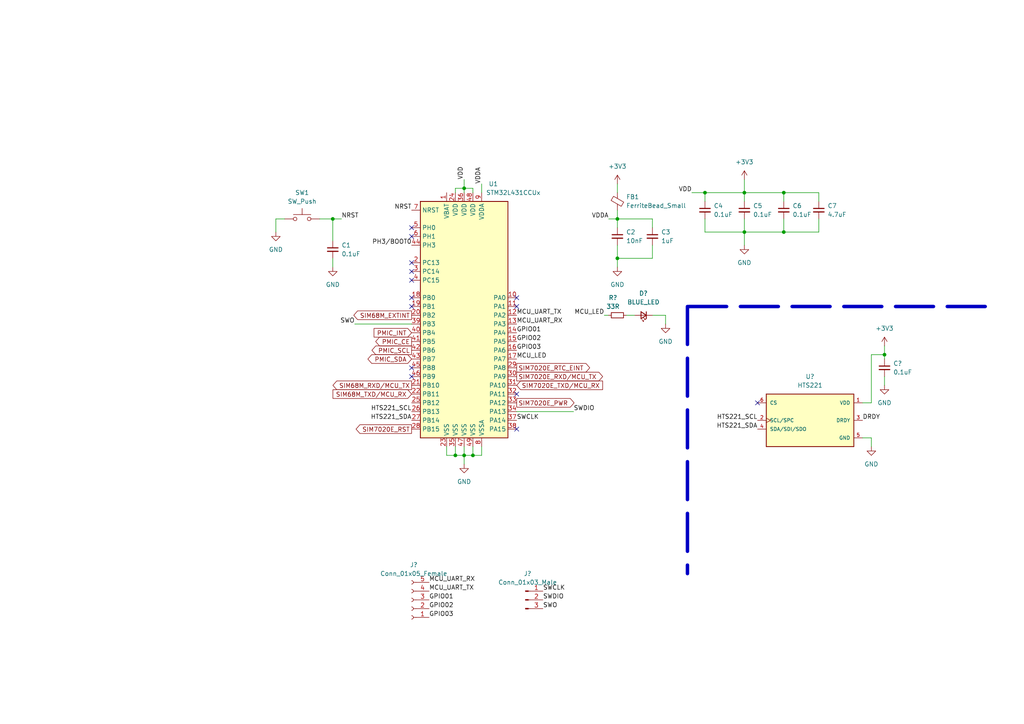
<source format=kicad_sch>
(kicad_sch (version 20211123) (generator eeschema)
  (paper "A4")
  (title_block (title "STM32L431CC") (date "2022-05-29") (rev "VERSION 1") (company "NANOHERTZ"))
  (lib_symbols
    (symbol "Connector:Conn_01x03_Male" (pin_names (offset 1.016) hide)
      (property "Reference" "J" (at 0 5.08 0))
      (property "Value" "Conn_01x03_Male" (at 0 -5.08 0))
      (symbol "Conn_01x03_Male_1_1"
        (polyline (pts (xy 1.27 -2.54) (xy 0.8636 -2.54)) (stroke (width 0.1524)))
        (polyline (pts (xy 1.27 0) (xy 0.8636 0)) (stroke (width 0.1524)))
        (polyline (pts (xy 1.27 2.54) (xy 0.8636 2.54)) (stroke (width 0.1524)))
        (rectangle (start 0.8636 -2.413) (end 0 -2.667) (stroke (width 0.1524)) (fill (type outline)))
        (rectangle (start 0.8636 0.127) (end 0 -0.127) (stroke (width 0.1524)) (fill (type outline)))
        (rectangle (start 0.8636 2.667) (end 0 2.413) (stroke (width 0.1524)) (fill (type outline)))
        (pin passive line (at 5.08 2.54 180) (length 3.81) (name "Pin_1") (number "1"))
        (pin passive line (at 5.08 0 180) (length 3.81) (name "Pin_2") (number "2"))
        (pin passive line (at 5.08 -2.54 180) (length 3.81) (name "Pin_3") (number "3"))
      )
    )
    (symbol "Connector:Conn_01x05_Female" (pin_names (offset 1.016) hide)
      (property "Reference" "J" (at 0 7.62 0))
      (property "Value" "Conn_01x05_Female" (at 0 -7.62 0))
      (symbol "Conn_01x05_Female_1_1"
        (arc (start 0 -4.572) (mid -0.508 -5.08) (end 0 -5.588) (stroke (width 0.1524)))
        (arc (start 0 -2.032) (mid -0.508 -2.54) (end 0 -3.048) (stroke (width 0.1524)))
        (polyline (pts (xy -1.27 -5.08) (xy -0.508 -5.08)) (stroke (width 0.1524)))
        (polyline (pts (xy -1.27 -2.54) (xy -0.508 -2.54)) (stroke (width 0.1524)))
        (polyline (pts (xy -1.27 0) (xy -0.508 0)) (stroke (width 0.1524)))
        (polyline (pts (xy -1.27 2.54) (xy -0.508 2.54)) (stroke (width 0.1524)))
        (polyline (pts (xy -1.27 5.08) (xy -0.508 5.08)) (stroke (width 0.1524)))
        (arc (start 0 0.508) (mid -0.508 0) (end 0 -0.508) (stroke (width 0.1524)))
        (arc (start 0 3.048) (mid -0.508 2.54) (end 0 2.032) (stroke (width 0.1524)))
        (arc (start 0 5.588) (mid -0.508 5.08) (end 0 4.572) (stroke (width 0.1524)))
        (pin passive line (at -5.08 5.08 0) (length 3.81) (name "Pin_1") (number "1"))
        (pin passive line (at -5.08 2.54 0) (length 3.81) (name "Pin_2") (number "2"))
        (pin passive line (at -5.08 0 0) (length 3.81) (name "Pin_3") (number "3"))
        (pin passive line (at -5.08 -2.54 0) (length 3.81) (name "Pin_4") (number "4"))
        (pin passive line (at -5.08 -5.08 0) (length 3.81) (name "Pin_5") (number "5"))
      )
    )
    (symbol "Device:C_Small" (pin_numbers hide) (pin_names (offset 0.254) hide)
      (property "Reference" "C" (at 0.254 1.778 0))
      (property "Value" "C_Small" (at 0.254 -2.032 0))
      (symbol "C_Small_0_1"
        (polyline (pts (xy -1.524 -0.508) (xy 1.524 -0.508)) (stroke (width 0.3302)))
        (polyline (pts (xy -1.524 0.508) (xy 1.524 0.508)) (stroke (width 0.3048)))
      )
      (symbol "C_Small_1_1"
        (pin passive line (at 0 2.54 270) (length 2.032) (name "~") (number "1"))
        (pin passive line (at 0 -2.54 90) (length 2.032) (name "~") (number "2"))
      )
    )
    (symbol "Device:FerriteBead_Small" (pin_numbers hide) (pin_names (offset 0))
      (property "Reference" "FB" (at 1.905 1.27 0))
      (property "Value" "FerriteBead_Small" (at 1.905 -1.27 0))
      (symbol "FerriteBead_Small_0_1"
        (polyline (pts (xy 0 -1.27) (xy 0 -0.7874)))
        (polyline (pts (xy 0 0.889) (xy 0 1.2954)))
        (polyline (pts (xy -1.8288 0.2794) (xy -1.1176 1.4986) (xy 1.8288 -0.2032) (xy 1.1176 -1.4224) (xy -1.8288 0.2794)))
      )
      (symbol "FerriteBead_Small_1_1"
        (pin passive line (at 0 2.54 270) (length 1.27) (name "~") (number "1"))
        (pin passive line (at 0 -2.54 90) (length 1.27) (name "~") (number "2"))
      )
    )
    (symbol "Device:LED_Small" (pin_numbers hide) (pin_names (offset 0.254) hide)
      (property "Reference" "D" (at -1.27 3.175 0))
      (property "Value" "LED_Small" (at -4.445 -2.54 0))
      (symbol "LED_Small_0_1"
        (polyline (pts (xy -0.762 -1.016) (xy -0.762 1.016)) (stroke (width 0.254)))
        (polyline (pts (xy 1.016 0) (xy -0.762 0)))
        (polyline (pts (xy 0.762 -1.016) (xy -0.762 0) (xy 0.762 1.016) (xy 0.762 -1.016)) (stroke (width 0.254)))
        (polyline (pts (xy 0 0.762) (xy -0.508 1.27) (xy -0.254 1.27) (xy -0.508 1.27) (xy -0.508 1.016)))
        (polyline (pts (xy 0.508 1.27) (xy 0 1.778) (xy 0.254 1.778) (xy 0 1.778) (xy 0 1.524)))
      )
      (symbol "LED_Small_1_1"
        (pin passive line (at -2.54 0 0) (length 1.778) (name "K") (number "1"))
        (pin passive line (at 2.54 0 180) (length 1.778) (name "A") (number "2"))
      )
    )
    (symbol "Device:R_Small" (pin_numbers hide) (pin_names (offset 0.254) hide)
      (property "Reference" "R" (at 0.762 0.508 0))
      (property "Value" "R_Small" (at 0.762 -1.016 0))
      (symbol "R_Small_0_1"
        (rectangle (start -0.762 1.778) (end 0.762 -1.778) (stroke (width 0.2032)))
      )
      (symbol "R_Small_1_1"
        (pin passive line (at 0 2.54 270) (length 0.762) (name "~") (number "1"))
        (pin passive line (at 0 -2.54 90) (length 0.762) (name "~") (number "2"))
      )
    )
    (symbol "HTS221:HTS221" (pin_names (offset 1.016))
      (property "Reference" "U" (at -13.2334 8.1788 0))
      (property "Value" "HTS221" (at -12.7254 -10.4648 0))
      (symbol "HTS221_0_0"
        (rectangle (start -12.7 -7.62) (end 12.7 7.62) (stroke (width 0.254)) (fill (type background)))
        (pin power_in line (at 15.24 5.08 180) (length 2.54) (name "VDD") (number "1"))
        (pin input clock (at -15.24 0 0) (length 2.54) (name "SCL/SPC") (number "2"))
        (pin output line (at 15.24 0 180) (length 2.54) (name "DRDY") (number "3"))
        (pin bidirectional line (at -15.24 -2.54 0) (length 2.54) (name "SDA/SDI/SDO") (number "4"))
        (pin power_in line (at 15.24 -5.08 180) (length 2.54) (name "GND") (number "5"))
        (pin input line (at -15.24 5.08 0) (length 2.54) (name "CS") (number "6"))
      )
    )
    (symbol "MCU_ST_STM32L4:STM32L431CCUx"
      (property "Reference" "U" (at -12.7 34.29 0))
      (property "Value" "STM32L431CCUx" (at 7.62 34.29 0))
      (symbol "STM32L431CCUx_0_1"
        (rectangle (start -12.7 -35.56) (end 12.7 33.02) (stroke (width 0.254)) (fill (type background)))
      )
      (symbol "STM32L431CCUx_1_1"
        (pin power_in line (at -5.08 35.56 270) (length 2.54) (name "VBAT") (number "1"))
        (pin bidirectional line (at 15.24 5.08 180) (length 2.54) (name "PA0") (number "10"))
        (pin bidirectional line (at 15.24 2.54 180) (length 2.54) (name "PA1") (number "11"))
        (pin bidirectional line (at 15.24 0 180) (length 2.54) (name "PA2") (number "12"))
        (pin bidirectional line (at 15.24 -2.54 180) (length 2.54) (name "PA3") (number "13"))
        (pin bidirectional line (at 15.24 -5.08 180) (length 2.54) (name "PA4") (number "14"))
        (pin bidirectional line (at 15.24 -7.62 180) (length 2.54) (name "PA5") (number "15"))
        (pin bidirectional line (at 15.24 -10.16 180) (length 2.54) (name "PA6") (number "16"))
        (pin bidirectional line (at 15.24 -12.7 180) (length 2.54) (name "PA7") (number "17"))
        (pin bidirectional line (at -15.24 5.08 0) (length 2.54) (name "PB0") (number "18"))
        (pin bidirectional line (at -15.24 2.54 0) (length 2.54) (name "PB1") (number "19"))
        (pin bidirectional line (at -15.24 15.24 0) (length 2.54) (name "PC13") (number "2"))
        (pin bidirectional line (at -15.24 0 0) (length 2.54) (name "PB2") (number "20"))
        (pin bidirectional line (at -15.24 -20.32 0) (length 2.54) (name "PB10") (number "21"))
        (pin bidirectional line (at -15.24 -22.86 0) (length 2.54) (name "PB11") (number "22"))
        (pin power_in line (at -5.08 -38.1 90) (length 2.54) (name "VSS") (number "23"))
        (pin power_in line (at -2.54 35.56 270) (length 2.54) (name "VDD") (number "24"))
        (pin bidirectional line (at -15.24 -25.4 0) (length 2.54) (name "PB12") (number "25"))
        (pin bidirectional line (at -15.24 -27.94 0) (length 2.54) (name "PB13") (number "26"))
        (pin bidirectional line (at -15.24 -30.48 0) (length 2.54) (name "PB14") (number "27"))
        (pin bidirectional line (at -15.24 -33.02 0) (length 2.54) (name "PB15") (number "28"))
        (pin bidirectional line (at 15.24 -15.24 180) (length 2.54) (name "PA8") (number "29"))
        (pin bidirectional line (at -15.24 12.7 0) (length 2.54) (name "PC14") (number "3"))
        (pin bidirectional line (at 15.24 -17.78 180) (length 2.54) (name "PA9") (number "30"))
        (pin bidirectional line (at 15.24 -20.32 180) (length 2.54) (name "PA10") (number "31"))
        (pin bidirectional line (at 15.24 -22.86 180) (length 2.54) (name "PA11") (number "32"))
        (pin bidirectional line (at 15.24 -25.4 180) (length 2.54) (name "PA12") (number "33"))
        (pin bidirectional line (at 15.24 -27.94 180) (length 2.54) (name "PA13") (number "34"))
        (pin power_in line (at -2.54 -38.1 90) (length 2.54) (name "VSS") (number "35"))
        (pin power_in line (at 0 35.56 270) (length 2.54) (name "VDD") (number "36"))
        (pin bidirectional line (at 15.24 -30.48 180) (length 2.54) (name "PA14") (number "37"))
        (pin bidirectional line (at 15.24 -33.02 180) (length 2.54) (name "PA15") (number "38"))
        (pin bidirectional line (at -15.24 -2.54 0) (length 2.54) (name "PB3") (number "39"))
        (pin bidirectional line (at -15.24 10.16 0) (length 2.54) (name "PC15") (number "4"))
        (pin bidirectional line (at -15.24 -5.08 0) (length 2.54) (name "PB4") (number "40"))
        (pin bidirectional line (at -15.24 -7.62 0) (length 2.54) (name "PB5") (number "41"))
        (pin bidirectional line (at -15.24 -10.16 0) (length 2.54) (name "PB6") (number "42"))
        (pin bidirectional line (at -15.24 -12.7 0) (length 2.54) (name "PB7") (number "43"))
        (pin bidirectional line (at -15.24 20.32 0) (length 2.54) (name "PH3") (number "44"))
        (pin bidirectional line (at -15.24 -15.24 0) (length 2.54) (name "PB8") (number "45"))
        (pin bidirectional line (at -15.24 -17.78 0) (length 2.54) (name "PB9") (number "46"))
        (pin power_in line (at 0 -38.1 90) (length 2.54) (name "VSS") (number "47"))
        (pin power_in line (at 2.54 35.56 270) (length 2.54) (name "VDD") (number "48"))
        (pin power_in line (at 2.54 -38.1 90) (length 2.54) (name "VSS") (number "49"))
        (pin input line (at -15.24 25.4 0) (length 2.54) (name "PH0") (number "5"))
        (pin input line (at -15.24 22.86 0) (length 2.54) (name "PH1") (number "6"))
        (pin input line (at -15.24 30.48 0) (length 2.54) (name "NRST") (number "7"))
        (pin power_in line (at 5.08 -38.1 90) (length 2.54) (name "VSSA") (number "8"))
        (pin power_in line (at 5.08 35.56 270) (length 2.54) (name "VDDA") (number "9"))
      )
    )
    (symbol "Switch:SW_Push" (pin_numbers hide) (pin_names (offset 1.016) hide)
      (property "Reference" "SW" (at 1.27 2.54 0))
      (property "Value" "SW_Push" (at 0 -1.524 0))
      (symbol "SW_Push_0_1"
        (circle (center -2.032 0) (radius 0.508))
        (polyline (pts (xy 0 1.27) (xy 0 3.048)))
        (polyline (pts (xy 2.54 1.27) (xy -2.54 1.27)))
        (circle (center 2.032 0) (radius 0.508))
        (pin passive line (at -5.08 0 0) (length 2.54) (name "1") (number "1"))
        (pin passive line (at 5.08 0 180) (length 2.54) (name "2") (number "2"))
      )
    )
    (symbol "power:+3.3V" (power) (pin_names (offset 0))
      (property "Value" "+3.3V" (at 0 3.556 0))
      (symbol "+3.3V_0_1"
        (polyline (pts (xy -0.762 1.27) (xy 0 2.54)))
        (polyline (pts (xy 0 0) (xy 0 2.54)))
        (polyline (pts (xy 0 2.54) (xy 0.762 1.27)))
      )
      (symbol "+3.3V_1_1"
        (pin power_in line (at 0 0 90) (length 0) hide (name "+3V3") (number "1"))
      )
    )
    (symbol "power:GND" (power) (pin_names (offset 0))
      (property "Value" "GND" (at 0 -3.81 0))
      (symbol "GND_0_1"
        (polyline (pts (xy 0 0) (xy 0 -1.27) (xy 1.27 -1.27) (xy 0 -2.54) (xy -1.27 -1.27) (xy 0 -1.27)))
      )
      (symbol "GND_1_1"
        (pin power_in line (at 0 0 270) (length 0) hide (name "GND") (number "1"))
      )
    )
  )
  (junction (at 134.62 132.08))
  (junction (at 96.52 63.5))
  (junction (at 256.54 102.87))
  (junction (at 179.07 74.93))
  (junction (at 227.33 55.88))
  (junction (at 215.9 55.88))
  (junction (at 227.33 67.31))
  (junction (at 132.08 132.08))
  (junction (at 215.9 67.31))
  (junction (at 134.62 54.61))
  (junction (at 137.16 132.08))
  (junction (at 204.47 55.88))
  (junction (at 179.07 63.5))
  (no_connect (at 219.71 116.84))
  (no_connect (at 119.38 66.04))
  (no_connect (at 119.38 68.58))
  (no_connect (at 119.38 76.2))
  (no_connect (at 119.38 78.74))
  (no_connect (at 119.38 81.28))
  (no_connect (at 149.86 86.36))
  (no_connect (at 149.86 88.9))
  (no_connect (at 149.86 114.3))
  (no_connect (at 149.86 124.46))
  (no_connect (at 119.38 88.9))
  (no_connect (at 119.38 106.68))
  (no_connect (at 119.38 109.22))
  (no_connect (at 119.38 86.36))
  (wire (pts (xy 204.47 55.88) (xy 215.9 55.88)))
  (wire (pts (xy 96.52 74.93) (xy 96.52 77.47)))
  (wire (pts (xy 252.73 116.84) (xy 252.73 102.87)))
  (wire (pts (xy 215.9 52.07) (xy 215.9 55.88)))
  (wire (pts (xy 175.26 91.44) (xy 176.53 91.44)))
  (wire (pts (xy 215.9 55.88) (xy 227.33 55.88)))
  (wire (pts (xy 176.53 63.5) (xy 179.07 63.5)))
  (wire (pts (xy 215.9 63.5) (xy 215.9 67.31)))
  (wire (pts (xy 132.08 132.08) (xy 134.62 132.08)))
  (wire (pts (xy 215.9 67.31) (xy 227.33 67.31)))
  (wire (pts (xy 134.62 54.61) (xy 137.16 54.61)))
  (wire (pts (xy 134.62 129.54) (xy 134.62 132.08)))
  (wire (pts (xy 179.07 74.93) (xy 179.07 71.12)))
  (wire (pts (xy 132.08 55.88) (xy 132.08 54.61)))
  (wire (pts (xy 179.07 63.5) (xy 179.07 66.04)))
  (wire (pts (xy 237.49 63.5) (xy 237.49 67.31)))
  (wire (pts (xy 189.23 91.44) (xy 193.04 91.44)))
  (wire (pts (xy 96.52 63.5) (xy 96.52 69.85)))
  (wire (pts (xy 92.71 63.5) (xy 96.52 63.5)))
  (wire (pts (xy 80.01 67.31) (xy 80.01 63.5)))
  (wire (pts (xy 237.49 55.88) (xy 227.33 55.88)))
  (wire (pts (xy 96.52 63.5) (xy 99.06 63.5)))
  (wire (pts (xy 193.04 91.44) (xy 193.04 93.98)))
  (wire (pts (xy 179.07 53.34) (xy 179.07 55.88)))
  (wire (pts (xy 227.33 67.31) (xy 227.33 63.5)))
  (wire (pts (xy 181.61 91.44) (xy 184.15 91.44)))
  (polyline (pts (xy 199.39 88.9) (xy 199.39 166.37)) (stroke (width 1)))
  (wire (pts (xy 134.62 52.07) (xy 134.62 54.61)))
  (wire (pts (xy 204.47 63.5) (xy 204.47 67.31)))
  (wire (pts (xy 139.7 132.08) (xy 139.7 129.54)))
  (wire (pts (xy 256.54 109.22) (xy 256.54 111.76)))
  (wire (pts (xy 189.23 63.5) (xy 179.07 63.5)))
  (wire (pts (xy 237.49 67.31) (xy 227.33 67.31)))
  (wire (pts (xy 189.23 74.93) (xy 179.07 74.93)))
  (wire (pts (xy 179.07 60.96) (xy 179.07 63.5)))
  (wire (pts (xy 102.87 93.98) (xy 119.38 93.98)))
  (wire (pts (xy 139.7 53.34) (xy 139.7 55.88)))
  (wire (pts (xy 137.16 54.61) (xy 137.16 55.88)))
  (wire (pts (xy 250.19 127) (xy 252.73 127)))
  (polyline (pts (xy 285.75 88.9) (xy 199.39 88.9)) (stroke (width 1)))
  (wire (pts (xy 134.62 132.08) (xy 137.16 132.08)))
  (wire (pts (xy 132.08 54.61) (xy 134.62 54.61)))
  (wire (pts (xy 134.62 132.08) (xy 134.62 134.62)))
  (wire (pts (xy 189.23 71.12) (xy 189.23 74.93)))
  (wire (pts (xy 166.37 119.38) (xy 149.86 119.38)))
  (wire (pts (xy 256.54 100.33) (xy 256.54 102.87)))
  (wire (pts (xy 137.16 129.54) (xy 137.16 132.08)))
  (wire (pts (xy 137.16 132.08) (xy 139.7 132.08)))
  (wire (pts (xy 252.73 102.87) (xy 256.54 102.87)))
  (wire (pts (xy 215.9 67.31) (xy 215.9 71.12)))
  (wire (pts (xy 134.62 54.61) (xy 134.62 55.88)))
  (wire (pts (xy 204.47 58.42) (xy 204.47 55.88)))
  (wire (pts (xy 200.66 55.88) (xy 204.47 55.88)))
  (wire (pts (xy 250.19 116.84) (xy 252.73 116.84)))
  (wire (pts (xy 189.23 66.04) (xy 189.23 63.5)))
  (wire (pts (xy 179.07 74.93) (xy 179.07 77.47)))
  (wire (pts (xy 129.54 129.54) (xy 129.54 132.08)))
  (wire (pts (xy 204.47 67.31) (xy 215.9 67.31)))
  (wire (pts (xy 132.08 129.54) (xy 132.08 132.08)))
  (wire (pts (xy 252.73 127) (xy 252.73 129.54)))
  (wire (pts (xy 227.33 55.88) (xy 227.33 58.42)))
  (wire (pts (xy 256.54 102.87) (xy 256.54 104.14)))
  (wire (pts (xy 215.9 55.88) (xy 215.9 58.42)))
  (wire (pts (xy 129.54 132.08) (xy 132.08 132.08)))
  (wire (pts (xy 80.01 63.5) (xy 82.55 63.5)))
  (wire (pts (xy 237.49 58.42) (xy 237.49 55.88)))
  (label "SWO" (at 157.48 176.53 0))
  (label "MCU_LED" (at 175.26 91.44 180))
  (label "GPIO02" (at 124.46 176.53 0))
  (label "SWO" (at 102.87 93.98 180))
  (label "MCU_UART_RX" (at 149.86 93.98 0))
  (label "HTS221_SDA" (at 219.71 124.46 180))
  (label "MCU_LED" (at 149.86 104.14 0))
  (label "GPIO03" (at 149.86 101.6 0))
  (label "SWDIO" (at 166.37 119.38 0))
  (label "SWCLK" (at 157.48 171.45 0))
  (label "GPIO03" (at 124.46 179.07 0))
  (label "PH3{slash}BOOT0" (at 119.38 71.12 180))
  (label "VDD" (at 200.66 55.88 180))
  (label "SWDIO" (at 157.48 173.99 0))
  (label "GPIO02" (at 149.86 99.06 0))
  (label "VDD" (at 134.62 52.07 90))
  (label "MCU_UART_RX" (at 124.46 168.91 0))
  (label "NRST" (at 99.06 63.5 0))
  (label "GPIO01" (at 124.46 173.99 0))
  (label "NRST" (at 119.38 60.96 180))
  (label "SWCLK" (at 149.86 121.92 0))
  (label "DRDY" (at 250.19 121.92 0))
  (label "VDDA" (at 176.53 63.5 180))
  (label "HTS221_SCL" (at 119.38 119.38 180))
  (label "MCU_UART_TX" (at 149.86 91.44 0))
  (label "HTS221_SDA" (at 119.38 121.92 180))
  (label "MCU_UART_TX" (at 124.46 171.45 0))
  (label "GPIO01" (at 149.86 96.52 0))
  (label "VDDA" (at 139.7 53.34 90))
  (label "HTS221_SCL" (at 219.71 121.92 180))
  (global_label "PMIC_SCL" (shape output) (at 119.38 101.6 180) (property "Intersheet References" "${INTERSHEET_REFS}" (effects hide)))
  (global_label "SIM7020E_RTC_EINT" (shape output) (at 149.86 106.68 0) (property "Intersheet References" "${INTERSHEET_REFS}" (effects hide)))
  (global_label "PMIC_INT" (shape input) (at 119.38 96.52 180) (property "Intersheet References" "${INTERSHEET_REFS}" (effects hide)))
  (global_label "SIM7020E_TXD{slash}MCU_RX" (shape input) (at 149.86 111.76 0) (property "Intersheet References" "${INTERSHEET_REFS}" (effects hide)))
  (global_label "SIM7020E_RST" (shape output) (at 119.38 124.46 180) (property "Intersheet References" "${INTERSHEET_REFS}" (effects hide)))
  (global_label "SIM68M_RXD{slash}MCU_TX" (shape output) (at 119.38 111.76 180) (property "Intersheet References" "${INTERSHEET_REFS}" (effects hide)))
  (global_label "SIM68M_TXD{slash}MCU_RX" (shape input) (at 119.38 114.3 180) (property "Intersheet References" "${INTERSHEET_REFS}" (effects hide)))
  (global_label "PMIC_SDA" (shape bidirectional) (at 119.38 104.14 180) (property "Intersheet References" "${INTERSHEET_REFS}" (effects hide)))
  (global_label "PMIC_CE" (shape output) (at 119.38 99.06 180) (property "Intersheet References" "${INTERSHEET_REFS}" (effects hide)))
  (global_label "SIM68M_EXTINT" (shape output) (at 119.38 91.44 180) (property "Intersheet References" "${INTERSHEET_REFS}" (effects hide)))
  (global_label "SIM7020E_PWR" (shape output) (at 149.86 116.84 0) (property "Intersheet References" "${INTERSHEET_REFS}" (effects hide)))
  (global_label "SIM7020E_RXD{slash}MCU_TX" (shape output) (at 149.86 109.22 0) (property "Intersheet References" "${INTERSHEET_REFS}" (effects hide)))
  (symbol (lib_id "power:GND") (at 179.07 77.47 0) (unit 1)
    (property "Reference" "#PWR05" (effects hide))
    (property "Value" "GND" (at 179.07 82.55 0))
  )
  (symbol (lib_id "Connector:Conn_01x03_Male") (at 152.4 173.99 0) (unit 1)
    (property "Reference" "J?" (at 153.035 166.37 0))
    (property "Value" "Conn_01x03_Male" (at 153.035 168.91 0))
  )
  (symbol (lib_id "power:GND") (at 252.73 129.54 0) (unit 1)
    (property "Reference" "#PWR?" (effects hide))
    (property "Value" "GND" (at 252.73 134.62 0))
  )
  (symbol (lib_id "HTS221:HTS221") (at 234.95 121.92 0) (unit 1)
    (property "Reference" "U?" (at 234.95 109.22 0))
    (property "Value" "HTS221" (at 234.95 111.76 0))
    (property "Footprint" "XDCR_HTS221" (effects hide))
    (property "STANDARD" "Manufacturer Recommendations" (effects hide))
    (property "PARTREV" "Rev 1" (effects hide))
    (property "MANUFACTURER" "STMicroelectronics" (effects hide))
  )
  (symbol (lib_id "power:GND") (at 96.52 77.47 0) (unit 1)
    (property "Reference" "#PWR02" (effects hide))
    (property "Value" "GND" (at 96.52 82.55 0))
  )
  (symbol (lib_id "power:GND") (at 193.04 93.98 0) (unit 1)
    (property "Reference" "#PWR?" (effects hide))
    (property "Value" "GND" (at 193.04 99.06 0))
  )
  (symbol (lib_id "Device:C_Small") (at 256.54 106.68 0) (unit 1)
    (property "Reference" "C?" (at 259.08 105.4162 0) (effects (justify left)))
    (property "Value" "0.1uF" (at 259.08 107.9562 0) (effects (justify left)))
  )
  (symbol (lib_id "Device:R_Small") (at 179.07 91.44 90) (unit 1)
    (property "Reference" "R?" (at 177.8 86.36 90))
    (property "Value" "33R" (at 177.8 88.9 90))
  )
  (symbol (lib_id "Switch:SW_Push") (at 87.63 63.5 0) (unit 1)
    (property "Reference" "SW1" (at 87.63 55.88 0))
    (property "Value" "SW_Push" (at 87.63 58.42 0))
  )
  (symbol (lib_id "Device:FerriteBead_Small") (at 179.07 58.42 0) (unit 1)
    (property "Reference" "FB1" (at 181.61 57.1118 0) (effects (justify left)))
    (property "Value" "FerriteBead_Small" (at 181.61 59.6518 0) (effects (justify left)))
  )
  (symbol (lib_id "Device:C_Small") (at 96.52 72.39 0) (unit 1)
    (property "Reference" "C1" (at 99.06 71.1262 0) (effects (justify left)))
    (property "Value" "0.1uF" (at 99.06 73.6662 0) (effects (justify left)))
  )
  (symbol (lib_id "power:GND") (at 215.9 71.12 0) (unit 1)
    (property "Reference" "#PWR07" (effects hide))
    (property "Value" "GND" (at 215.9 76.2 0))
  )
  (symbol (lib_id "Device:C_Small") (at 189.23 68.58 0) (unit 1)
    (property "Reference" "C3" (at 191.77 67.3162 0) (effects (justify left)))
    (property "Value" "1uF" (at 191.77 69.8562 0) (effects (justify left)))
  )
  (symbol (lib_id "Device:LED_Small") (at 186.69 91.44 180) (unit 1)
    (property "Reference" "D?" (at 186.6265 85.09 0))
    (property "Value" "BLUE_LED" (at 186.6265 87.63 0))
  )
  (symbol (lib_id "power:GND") (at 256.54 111.76 0) (unit 1)
    (property "Reference" "#PWR?" (effects hide))
    (property "Value" "GND" (at 256.54 116.84 0))
  )
  (symbol (lib_id "Connector:Conn_01x05_Female") (at 119.38 173.99 180) (unit 1)
    (property "Reference" "J?" (at 120.015 163.83 0))
    (property "Value" "Conn_01x05_Female" (at 120.015 166.37 0))
  )
  (symbol (lib_id "Device:C_Small") (at 237.49 60.96 0) (unit 1)
    (property "Reference" "C7" (at 240.03 59.6962 0) (effects (justify left)))
    (property "Value" "4.7uF" (at 240.03 62.2362 0) (effects (justify left)))
  )
  (symbol (lib_id "Device:C_Small") (at 215.9 60.96 0) (unit 1)
    (property "Reference" "C5" (at 218.44 59.6962 0) (effects (justify left)))
    (property "Value" "0.1uF" (at 218.44 62.2362 0) (effects (justify left)))
  )
  (symbol (lib_id "Device:C_Small") (at 179.07 68.58 0) (unit 1)
    (property "Reference" "C2" (at 181.61 67.3162 0) (effects (justify left)))
    (property "Value" "10nF" (at 181.61 69.8562 0) (effects (justify left)))
  )
  (symbol (lib_id "power:+3.3V") (at 256.54 100.33 0) (unit 1)
    (property "Reference" "#PWR?" (effects hide))
    (property "Value" "+3.3V" (at 256.54 95.25 0))
  )
  (symbol (lib_id "MCU_ST_STM32L4:STM32L431CCUx") (at 134.62 91.44 0) (unit 1)
    (property "Reference" "U1" (at 141.7194 53.34 0) (effects (justify left)))
    (property "Value" "STM32L431CCUx" (at 140.97 55.88 0) (effects (justify left)))
    (property "Footprint" "Package_DFN_QFN:QFN-48-1EP_7x7mm_P0.5mm_EP5.6x5.6mm" (effects hide))
    (property "Datasheet" "http://www.st.com/st-web-ui/static/active/en/resource/technical/document/datasheet/DM00257211.pdf" (effects hide))
  )
  (symbol (lib_id "power:GND") (at 80.01 67.31 0) (unit 1)
    (property "Reference" "#PWR01" (effects hide))
    (property "Value" "GND" (at 80.01 72.39 0))
  )
  (symbol (lib_id "power:+3.3V") (at 215.9 52.07 0) (unit 1)
    (property "Reference" "#PWR06" (effects hide))
    (property "Value" "+3.3V" (at 215.9 46.99 0))
  )
  (symbol (lib_id "power:+3.3V") (at 179.07 53.34 0) (unit 1)
    (property "Reference" "#PWR04" (effects hide))
    (property "Value" "+3.3V" (at 179.07 48.26 0))
  )
  (symbol (lib_id "power:GND") (at 134.62 134.62 0) (unit 1)
    (property "Reference" "#PWR03" (effects hide))
    (property "Value" "GND" (at 134.62 139.7 0))
  )
  (symbol (lib_id "Device:C_Small") (at 227.33 60.96 0) (unit 1)
    (property "Reference" "C6" (at 229.87 59.6962 0) (effects (justify left)))
    (property "Value" "0.1uF" (at 229.87 62.2362 0) (effects (justify left)))
  )
  (symbol (lib_id "Device:C_Small") (at 204.47 60.96 0) (unit 1)
    (property "Reference" "C4" (at 207.01 59.6962 0) (effects (justify left)))
    (property "Value" "0.1uF" (at 207.01 62.2362 0) (effects (justify left)))
  )
)
</source>
